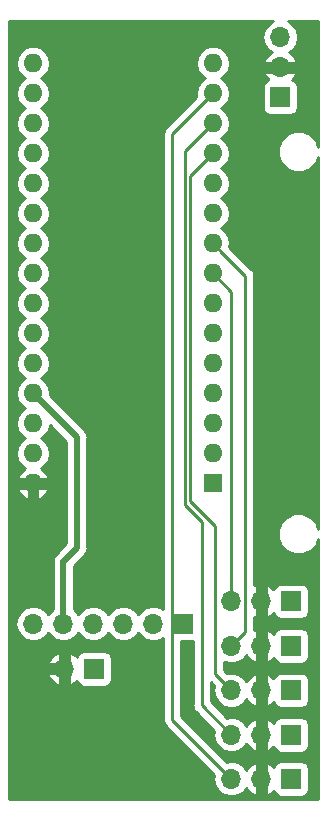
<source format=gbr>
G04 #@! TF.GenerationSoftware,KiCad,Pcbnew,(5.0.0)*
G04 #@! TF.CreationDate,2019-10-27T09:20:16+11:00*
G04 #@! TF.ProjectId,Kineses_Board,4B696E657365735F426F6172642E6B69,rev?*
G04 #@! TF.SameCoordinates,Original*
G04 #@! TF.FileFunction,Copper,L2,Bot,Signal*
G04 #@! TF.FilePolarity,Positive*
%FSLAX46Y46*%
G04 Gerber Fmt 4.6, Leading zero omitted, Abs format (unit mm)*
G04 Created by KiCad (PCBNEW (5.0.0)) date 10/27/19 09:20:16*
%MOMM*%
%LPD*%
G01*
G04 APERTURE LIST*
G04 #@! TA.AperFunction,ComponentPad*
%ADD10R,1.700000X1.700000*%
G04 #@! TD*
G04 #@! TA.AperFunction,ComponentPad*
%ADD11O,1.700000X1.700000*%
G04 #@! TD*
G04 #@! TA.AperFunction,ComponentPad*
%ADD12R,1.600000X1.600000*%
G04 #@! TD*
G04 #@! TA.AperFunction,ComponentPad*
%ADD13O,1.600000X1.600000*%
G04 #@! TD*
G04 #@! TA.AperFunction,Conductor*
%ADD14C,0.250000*%
G04 #@! TD*
G04 #@! TA.AperFunction,Conductor*
%ADD15C,0.500000*%
G04 #@! TD*
G04 #@! TA.AperFunction,Conductor*
%ADD16C,0.254000*%
G04 #@! TD*
G04 APERTURE END LIST*
D10*
G04 #@! TO.P,J1,1*
G04 #@! TO.N,/GND*
X141970000Y-107310000D03*
D11*
G04 #@! TO.P,J1,2*
G04 #@! TO.N,/VIN*
X139430000Y-107310000D03*
G04 #@! TD*
D10*
G04 #@! TO.P,J6,1*
G04 #@! TO.N,/GND*
X158645000Y-112900000D03*
D11*
G04 #@! TO.P,J6,2*
G04 #@! TO.N,/VIN*
X156105000Y-112900000D03*
G04 #@! TO.P,J6,3*
G04 #@! TO.N,/Pinky*
X153565000Y-112900000D03*
G04 #@! TD*
D12*
G04 #@! TO.P,A1,1*
G04 #@! TO.N,Net-(A1-Pad1)*
X152010000Y-91600000D03*
D13*
G04 #@! TO.P,A1,17*
G04 #@! TO.N,Net-(A1-Pad17)*
X136770000Y-58580000D03*
G04 #@! TO.P,A1,2*
G04 #@! TO.N,/RX*
X152010000Y-89060000D03*
G04 #@! TO.P,A1,18*
G04 #@! TO.N,Net-(A1-Pad18)*
X136770000Y-61120000D03*
G04 #@! TO.P,A1,3*
G04 #@! TO.N,Net-(A1-Pad3)*
X152010000Y-86520000D03*
G04 #@! TO.P,A1,19*
G04 #@! TO.N,Net-(A1-Pad19)*
X136770000Y-63660000D03*
G04 #@! TO.P,A1,4*
G04 #@! TO.N,/GND*
X152010000Y-83980000D03*
G04 #@! TO.P,A1,20*
G04 #@! TO.N,Net-(A1-Pad20)*
X136770000Y-66200000D03*
G04 #@! TO.P,A1,5*
G04 #@! TO.N,Net-(A1-Pad5)*
X152010000Y-81440000D03*
G04 #@! TO.P,A1,21*
G04 #@! TO.N,Net-(A1-Pad21)*
X136770000Y-68740000D03*
G04 #@! TO.P,A1,6*
G04 #@! TO.N,/Wrist*
X152010000Y-78900000D03*
G04 #@! TO.P,A1,22*
G04 #@! TO.N,Net-(A1-Pad22)*
X136770000Y-71280000D03*
G04 #@! TO.P,A1,7*
G04 #@! TO.N,Net-(A1-Pad7)*
X152010000Y-76360000D03*
G04 #@! TO.P,A1,23*
G04 #@! TO.N,Net-(A1-Pad23)*
X136770000Y-73820000D03*
G04 #@! TO.P,A1,8*
G04 #@! TO.N,/Ring*
X152010000Y-73820000D03*
G04 #@! TO.P,A1,24*
G04 #@! TO.N,Net-(A1-Pad24)*
X136770000Y-76360000D03*
G04 #@! TO.P,A1,9*
G04 #@! TO.N,/Middle*
X152010000Y-71280000D03*
G04 #@! TO.P,A1,25*
G04 #@! TO.N,Net-(A1-Pad25)*
X136770000Y-78900000D03*
G04 #@! TO.P,A1,10*
G04 #@! TO.N,Net-(A1-Pad10)*
X152010000Y-68740000D03*
G04 #@! TO.P,A1,26*
G04 #@! TO.N,Net-(A1-Pad26)*
X136770000Y-81440000D03*
G04 #@! TO.P,A1,11*
G04 #@! TO.N,Net-(A1-Pad11)*
X152010000Y-66200000D03*
G04 #@! TO.P,A1,27*
G04 #@! TO.N,/+5V*
X136770000Y-83980000D03*
G04 #@! TO.P,A1,12*
G04 #@! TO.N,/Index*
X152010000Y-63660000D03*
G04 #@! TO.P,A1,28*
G04 #@! TO.N,Net-(A1-Pad28)*
X136770000Y-86520000D03*
G04 #@! TO.P,A1,13*
G04 #@! TO.N,/Pinky*
X152010000Y-61120000D03*
G04 #@! TO.P,A1,29*
G04 #@! TO.N,/GND*
X136770000Y-89060000D03*
G04 #@! TO.P,A1,14*
G04 #@! TO.N,/Thumb*
X152010000Y-58580000D03*
G04 #@! TO.P,A1,30*
G04 #@! TO.N,/VIN*
X136770000Y-91600000D03*
G04 #@! TO.P,A1,15*
G04 #@! TO.N,Net-(A1-Pad15)*
X152010000Y-56040000D03*
G04 #@! TO.P,A1,16*
G04 #@! TO.N,Net-(A1-Pad16)*
X136770000Y-56040000D03*
G04 #@! TD*
D10*
G04 #@! TO.P,J2,1*
G04 #@! TO.N,/GND*
X158645000Y-116630000D03*
D11*
G04 #@! TO.P,J2,2*
G04 #@! TO.N,/VIN*
X156105000Y-116630000D03*
G04 #@! TO.P,J2,3*
G04 #@! TO.N,/Thumb*
X153565000Y-116630000D03*
G04 #@! TD*
G04 #@! TO.P,J3,3*
G04 #@! TO.N,/Index*
X153565000Y-109120000D03*
G04 #@! TO.P,J3,2*
G04 #@! TO.N,/VIN*
X156105000Y-109120000D03*
D10*
G04 #@! TO.P,J3,1*
G04 #@! TO.N,/GND*
X158645000Y-109120000D03*
G04 #@! TD*
G04 #@! TO.P,J4,1*
G04 #@! TO.N,/GND*
X158645000Y-105370000D03*
D11*
G04 #@! TO.P,J4,2*
G04 #@! TO.N,/VIN*
X156105000Y-105370000D03*
G04 #@! TO.P,J4,3*
G04 #@! TO.N,/Middle*
X153565000Y-105370000D03*
G04 #@! TD*
G04 #@! TO.P,J5,3*
G04 #@! TO.N,/Ring*
X153565000Y-101590000D03*
G04 #@! TO.P,J5,2*
G04 #@! TO.N,/VIN*
X156105000Y-101590000D03*
D10*
G04 #@! TO.P,J5,1*
G04 #@! TO.N,/GND*
X158645000Y-101590000D03*
G04 #@! TD*
D11*
G04 #@! TO.P,J7,3*
G04 #@! TO.N,/Wrist*
X157720000Y-53830000D03*
G04 #@! TO.P,J7,2*
G04 #@! TO.N,/VIN*
X157720000Y-56370000D03*
D10*
G04 #@! TO.P,J7,1*
G04 #@! TO.N,/GND*
X157720000Y-58910000D03*
G04 #@! TD*
G04 #@! TO.P,J8,1*
G04 #@! TO.N,Net-(J8-Pad1)*
X149500000Y-103480000D03*
D11*
G04 #@! TO.P,J8,2*
G04 #@! TO.N,/TX*
X146960000Y-103480000D03*
G04 #@! TO.P,J8,3*
G04 #@! TO.N,/RX*
X144420000Y-103480000D03*
G04 #@! TO.P,J8,4*
G04 #@! TO.N,/GND*
X141880000Y-103480000D03*
G04 #@! TO.P,J8,5*
G04 #@! TO.N,/+5V*
X139340000Y-103480000D03*
G04 #@! TO.P,J8,6*
G04 #@! TO.N,Net-(J8-Pad6)*
X136800000Y-103480000D03*
G04 #@! TD*
D14*
G04 #@! TO.N,/Pinky*
X153565000Y-112900000D02*
X151050000Y-110385000D01*
X151050000Y-110385000D02*
X151050000Y-94880000D01*
X151210001Y-61919999D02*
X152010000Y-61120000D01*
X149649990Y-63480010D02*
X151210001Y-61919999D01*
X149649990Y-93479990D02*
X149649990Y-63480010D01*
X151050000Y-94880000D02*
X149649990Y-93479990D01*
G04 #@! TO.N,/Ring*
X153565000Y-75375000D02*
X152010000Y-73820000D01*
X153565000Y-101590000D02*
X153565000Y-75375000D01*
D15*
G04 #@! TO.N,/+5V*
X140490000Y-87700000D02*
X136770000Y-83980000D01*
X140490000Y-94777919D02*
X140490000Y-87700000D01*
X140490000Y-94777919D02*
X140490000Y-97050000D01*
X140490000Y-97050000D02*
X139360000Y-98180000D01*
X139340000Y-98200000D02*
X139340000Y-103480000D01*
D14*
X139360000Y-98180000D02*
X139340000Y-98200000D01*
G04 #@! TO.N,/Middle*
X152809999Y-72079999D02*
X152010000Y-71280000D01*
X154740001Y-74010001D02*
X152809999Y-72079999D01*
X154740001Y-104194999D02*
X154740001Y-74010001D01*
X153565000Y-105370000D02*
X154740001Y-104194999D01*
G04 #@! TO.N,/Index*
X150100000Y-65570000D02*
X152010000Y-63660000D01*
X152715001Y-108270001D02*
X152710001Y-108270001D01*
X153565000Y-109120000D02*
X152715001Y-108270001D01*
X152710001Y-108270001D02*
X152200000Y-107760000D01*
X152200000Y-107760000D02*
X152200000Y-95220000D01*
X152200000Y-95220000D02*
X150100000Y-93120000D01*
X150100000Y-93120000D02*
X150100000Y-65570000D01*
G04 #@! TO.N,/Thumb*
X151210001Y-59379999D02*
X152010000Y-58580000D01*
X148544999Y-62045001D02*
X151210001Y-59379999D01*
X148544999Y-111609999D02*
X148544999Y-62045001D01*
X153565000Y-116630000D02*
X148544999Y-111609999D01*
G04 #@! TD*
D16*
G04 #@! TO.N,/VIN*
G36*
X157055007Y-52488340D02*
X156649375Y-52759375D01*
X156321161Y-53250582D01*
X156205908Y-53830000D01*
X156321161Y-54409418D01*
X156649375Y-54900625D01*
X156971969Y-55116176D01*
X156650915Y-55339289D01*
X156358655Y-55776735D01*
X156447282Y-55997000D01*
X157347000Y-55997000D01*
X157347000Y-55977000D01*
X158093000Y-55977000D01*
X158093000Y-55997000D01*
X158992718Y-55997000D01*
X159081345Y-55776735D01*
X158789085Y-55339289D01*
X158468031Y-55116176D01*
X158790625Y-54900625D01*
X159118839Y-54409418D01*
X159234092Y-53830000D01*
X159118839Y-53250582D01*
X158790625Y-52759375D01*
X158385715Y-52488823D01*
X160920106Y-52489742D01*
X160921682Y-63090309D01*
X160700862Y-62557201D01*
X160212799Y-62069138D01*
X159575113Y-61805000D01*
X158884887Y-61805000D01*
X158247201Y-62069138D01*
X157759138Y-62557201D01*
X157495000Y-63194887D01*
X157495000Y-63885113D01*
X157759138Y-64522799D01*
X158247201Y-65010862D01*
X158884887Y-65275000D01*
X159575113Y-65275000D01*
X160212799Y-65010862D01*
X160700862Y-64522799D01*
X160921816Y-63989368D01*
X160926495Y-95451929D01*
X160700862Y-94907201D01*
X160212799Y-94419138D01*
X159575113Y-94155000D01*
X158884887Y-94155000D01*
X158247201Y-94419138D01*
X157759138Y-94907201D01*
X157495000Y-95544887D01*
X157495000Y-96235113D01*
X157759138Y-96872799D01*
X158247201Y-97360862D01*
X158884887Y-97625000D01*
X159575113Y-97625000D01*
X160212799Y-97360862D01*
X160700862Y-96872799D01*
X160926626Y-96327757D01*
X160929895Y-118310515D01*
X134779894Y-118329485D01*
X134778345Y-107903270D01*
X138068626Y-107903270D01*
X138399289Y-108379085D01*
X138836735Y-108671345D01*
X139057000Y-108582718D01*
X139057000Y-107683000D01*
X138151329Y-107683000D01*
X138068626Y-107903270D01*
X134778345Y-107903270D01*
X134778169Y-106716730D01*
X138068626Y-106716730D01*
X138151329Y-106937000D01*
X139057000Y-106937000D01*
X139057000Y-106037282D01*
X139803000Y-106037282D01*
X139803000Y-106937000D01*
X139823000Y-106937000D01*
X139823000Y-107683000D01*
X139803000Y-107683000D01*
X139803000Y-108582718D01*
X140023265Y-108671345D01*
X140460711Y-108379085D01*
X140503804Y-108317075D01*
X140521843Y-108407765D01*
X140662191Y-108617809D01*
X140872235Y-108758157D01*
X141120000Y-108807440D01*
X142820000Y-108807440D01*
X143067765Y-108758157D01*
X143277809Y-108617809D01*
X143418157Y-108407765D01*
X143467440Y-108160000D01*
X143467440Y-106460000D01*
X143418157Y-106212235D01*
X143277809Y-106002191D01*
X143067765Y-105861843D01*
X142820000Y-105812560D01*
X141120000Y-105812560D01*
X140872235Y-105861843D01*
X140662191Y-106002191D01*
X140521843Y-106212235D01*
X140503804Y-106302925D01*
X140460711Y-106240915D01*
X140023265Y-105948655D01*
X139803000Y-106037282D01*
X139057000Y-106037282D01*
X138836735Y-105948655D01*
X138399289Y-106240915D01*
X138068626Y-106716730D01*
X134778169Y-106716730D01*
X134777687Y-103480000D01*
X135285908Y-103480000D01*
X135401161Y-104059418D01*
X135729375Y-104550625D01*
X136220582Y-104878839D01*
X136653744Y-104965000D01*
X136946256Y-104965000D01*
X137379418Y-104878839D01*
X137870625Y-104550625D01*
X138070000Y-104252239D01*
X138269375Y-104550625D01*
X138760582Y-104878839D01*
X139193744Y-104965000D01*
X139486256Y-104965000D01*
X139919418Y-104878839D01*
X140410625Y-104550625D01*
X140610000Y-104252239D01*
X140809375Y-104550625D01*
X141300582Y-104878839D01*
X141733744Y-104965000D01*
X142026256Y-104965000D01*
X142459418Y-104878839D01*
X142950625Y-104550625D01*
X143150000Y-104252239D01*
X143349375Y-104550625D01*
X143840582Y-104878839D01*
X144273744Y-104965000D01*
X144566256Y-104965000D01*
X144999418Y-104878839D01*
X145490625Y-104550625D01*
X145690000Y-104252239D01*
X145889375Y-104550625D01*
X146380582Y-104878839D01*
X146813744Y-104965000D01*
X147106256Y-104965000D01*
X147539418Y-104878839D01*
X147784999Y-104714747D01*
X147784999Y-111535152D01*
X147770111Y-111609999D01*
X147784999Y-111684846D01*
X147784999Y-111684850D01*
X147829095Y-111906535D01*
X147997070Y-112157928D01*
X148060529Y-112200330D01*
X152123791Y-116263593D01*
X152050908Y-116630000D01*
X152166161Y-117209418D01*
X152494375Y-117700625D01*
X152985582Y-118028839D01*
X153418744Y-118115000D01*
X153711256Y-118115000D01*
X154144418Y-118028839D01*
X154635625Y-117700625D01*
X154851176Y-117378031D01*
X155074289Y-117699085D01*
X155511735Y-117991345D01*
X155732000Y-117902718D01*
X155732000Y-117003000D01*
X155712000Y-117003000D01*
X155712000Y-116257000D01*
X155732000Y-116257000D01*
X155732000Y-115357282D01*
X156478000Y-115357282D01*
X156478000Y-116257000D01*
X156498000Y-116257000D01*
X156498000Y-117003000D01*
X156478000Y-117003000D01*
X156478000Y-117902718D01*
X156698265Y-117991345D01*
X157135711Y-117699085D01*
X157178804Y-117637075D01*
X157196843Y-117727765D01*
X157337191Y-117937809D01*
X157547235Y-118078157D01*
X157795000Y-118127440D01*
X159495000Y-118127440D01*
X159742765Y-118078157D01*
X159952809Y-117937809D01*
X160093157Y-117727765D01*
X160142440Y-117480000D01*
X160142440Y-115780000D01*
X160093157Y-115532235D01*
X159952809Y-115322191D01*
X159742765Y-115181843D01*
X159495000Y-115132560D01*
X157795000Y-115132560D01*
X157547235Y-115181843D01*
X157337191Y-115322191D01*
X157196843Y-115532235D01*
X157178804Y-115622925D01*
X157135711Y-115560915D01*
X156698265Y-115268655D01*
X156478000Y-115357282D01*
X155732000Y-115357282D01*
X155511735Y-115268655D01*
X155074289Y-115560915D01*
X154851176Y-115881969D01*
X154635625Y-115559375D01*
X154144418Y-115231161D01*
X153711256Y-115145000D01*
X153418744Y-115145000D01*
X153198593Y-115188791D01*
X149304999Y-111295198D01*
X149304999Y-104977440D01*
X150290000Y-104977440D01*
X150290000Y-110310153D01*
X150275112Y-110385000D01*
X150290000Y-110459847D01*
X150290000Y-110459851D01*
X150334096Y-110681536D01*
X150502071Y-110932929D01*
X150565530Y-110975331D01*
X152123791Y-112533592D01*
X152050908Y-112900000D01*
X152166161Y-113479418D01*
X152494375Y-113970625D01*
X152985582Y-114298839D01*
X153418744Y-114385000D01*
X153711256Y-114385000D01*
X154144418Y-114298839D01*
X154635625Y-113970625D01*
X154851176Y-113648031D01*
X155074289Y-113969085D01*
X155511735Y-114261345D01*
X155732000Y-114172718D01*
X155732000Y-113273000D01*
X155712000Y-113273000D01*
X155712000Y-112527000D01*
X155732000Y-112527000D01*
X155732000Y-111627282D01*
X156478000Y-111627282D01*
X156478000Y-112527000D01*
X156498000Y-112527000D01*
X156498000Y-113273000D01*
X156478000Y-113273000D01*
X156478000Y-114172718D01*
X156698265Y-114261345D01*
X157135711Y-113969085D01*
X157178804Y-113907075D01*
X157196843Y-113997765D01*
X157337191Y-114207809D01*
X157547235Y-114348157D01*
X157795000Y-114397440D01*
X159495000Y-114397440D01*
X159742765Y-114348157D01*
X159952809Y-114207809D01*
X160093157Y-113997765D01*
X160142440Y-113750000D01*
X160142440Y-112050000D01*
X160093157Y-111802235D01*
X159952809Y-111592191D01*
X159742765Y-111451843D01*
X159495000Y-111402560D01*
X157795000Y-111402560D01*
X157547235Y-111451843D01*
X157337191Y-111592191D01*
X157196843Y-111802235D01*
X157178804Y-111892925D01*
X157135711Y-111830915D01*
X156698265Y-111538655D01*
X156478000Y-111627282D01*
X155732000Y-111627282D01*
X155511735Y-111538655D01*
X155074289Y-111830915D01*
X154851176Y-112151969D01*
X154635625Y-111829375D01*
X154144418Y-111501161D01*
X153711256Y-111415000D01*
X153418744Y-111415000D01*
X153198592Y-111458791D01*
X151810000Y-110070199D01*
X151810000Y-108444802D01*
X152119673Y-108754476D01*
X152122711Y-108759022D01*
X152050908Y-109120000D01*
X152166161Y-109699418D01*
X152494375Y-110190625D01*
X152985582Y-110518839D01*
X153418744Y-110605000D01*
X153711256Y-110605000D01*
X154144418Y-110518839D01*
X154635625Y-110190625D01*
X154851176Y-109868031D01*
X155074289Y-110189085D01*
X155511735Y-110481345D01*
X155732000Y-110392718D01*
X155732000Y-109493000D01*
X155712000Y-109493000D01*
X155712000Y-108747000D01*
X155732000Y-108747000D01*
X155732000Y-107847282D01*
X156478000Y-107847282D01*
X156478000Y-108747000D01*
X156498000Y-108747000D01*
X156498000Y-109493000D01*
X156478000Y-109493000D01*
X156478000Y-110392718D01*
X156698265Y-110481345D01*
X157135711Y-110189085D01*
X157178804Y-110127075D01*
X157196843Y-110217765D01*
X157337191Y-110427809D01*
X157547235Y-110568157D01*
X157795000Y-110617440D01*
X159495000Y-110617440D01*
X159742765Y-110568157D01*
X159952809Y-110427809D01*
X160093157Y-110217765D01*
X160142440Y-109970000D01*
X160142440Y-108270000D01*
X160093157Y-108022235D01*
X159952809Y-107812191D01*
X159742765Y-107671843D01*
X159495000Y-107622560D01*
X157795000Y-107622560D01*
X157547235Y-107671843D01*
X157337191Y-107812191D01*
X157196843Y-108022235D01*
X157178804Y-108112925D01*
X157135711Y-108050915D01*
X156698265Y-107758655D01*
X156478000Y-107847282D01*
X155732000Y-107847282D01*
X155511735Y-107758655D01*
X155074289Y-108050915D01*
X154851176Y-108371969D01*
X154635625Y-108049375D01*
X154144418Y-107721161D01*
X153711256Y-107635000D01*
X153418744Y-107635000D01*
X153198255Y-107678858D01*
X153184407Y-107669605D01*
X152960000Y-107445198D01*
X152960000Y-106751746D01*
X152985582Y-106768839D01*
X153418744Y-106855000D01*
X153711256Y-106855000D01*
X154144418Y-106768839D01*
X154635625Y-106440625D01*
X154851176Y-106118031D01*
X155074289Y-106439085D01*
X155511735Y-106731345D01*
X155732000Y-106642718D01*
X155732000Y-105743000D01*
X155712000Y-105743000D01*
X155712000Y-104997000D01*
X155732000Y-104997000D01*
X155732000Y-104097282D01*
X156478000Y-104097282D01*
X156478000Y-104997000D01*
X156498000Y-104997000D01*
X156498000Y-105743000D01*
X156478000Y-105743000D01*
X156478000Y-106642718D01*
X156698265Y-106731345D01*
X157135711Y-106439085D01*
X157178804Y-106377075D01*
X157196843Y-106467765D01*
X157337191Y-106677809D01*
X157547235Y-106818157D01*
X157795000Y-106867440D01*
X159495000Y-106867440D01*
X159742765Y-106818157D01*
X159952809Y-106677809D01*
X160093157Y-106467765D01*
X160142440Y-106220000D01*
X160142440Y-104520000D01*
X160093157Y-104272235D01*
X159952809Y-104062191D01*
X159742765Y-103921843D01*
X159495000Y-103872560D01*
X157795000Y-103872560D01*
X157547235Y-103921843D01*
X157337191Y-104062191D01*
X157196843Y-104272235D01*
X157178804Y-104362925D01*
X157135711Y-104300915D01*
X156698265Y-104008655D01*
X156478000Y-104097282D01*
X155732000Y-104097282D01*
X155511735Y-104008655D01*
X155500001Y-104016495D01*
X155500001Y-102943505D01*
X155511735Y-102951345D01*
X155732000Y-102862718D01*
X155732000Y-101963000D01*
X155712000Y-101963000D01*
X155712000Y-101217000D01*
X155732000Y-101217000D01*
X155732000Y-100317282D01*
X156478000Y-100317282D01*
X156478000Y-101217000D01*
X156498000Y-101217000D01*
X156498000Y-101963000D01*
X156478000Y-101963000D01*
X156478000Y-102862718D01*
X156698265Y-102951345D01*
X157135711Y-102659085D01*
X157178804Y-102597075D01*
X157196843Y-102687765D01*
X157337191Y-102897809D01*
X157547235Y-103038157D01*
X157795000Y-103087440D01*
X159495000Y-103087440D01*
X159742765Y-103038157D01*
X159952809Y-102897809D01*
X160093157Y-102687765D01*
X160142440Y-102440000D01*
X160142440Y-100740000D01*
X160093157Y-100492235D01*
X159952809Y-100282191D01*
X159742765Y-100141843D01*
X159495000Y-100092560D01*
X157795000Y-100092560D01*
X157547235Y-100141843D01*
X157337191Y-100282191D01*
X157196843Y-100492235D01*
X157178804Y-100582925D01*
X157135711Y-100520915D01*
X156698265Y-100228655D01*
X156478000Y-100317282D01*
X155732000Y-100317282D01*
X155511735Y-100228655D01*
X155500001Y-100236495D01*
X155500001Y-74084847D01*
X155514889Y-74010000D01*
X155500001Y-73935153D01*
X155500001Y-73935149D01*
X155455905Y-73713464D01*
X155287930Y-73462072D01*
X155224474Y-73419672D01*
X153408688Y-71603887D01*
X153473113Y-71280000D01*
X153361740Y-70720091D01*
X153044577Y-70245423D01*
X152692242Y-70010000D01*
X153044577Y-69774577D01*
X153361740Y-69299909D01*
X153473113Y-68740000D01*
X153361740Y-68180091D01*
X153044577Y-67705423D01*
X152692242Y-67470000D01*
X153044577Y-67234577D01*
X153361740Y-66759909D01*
X153473113Y-66200000D01*
X153361740Y-65640091D01*
X153044577Y-65165423D01*
X152692242Y-64930000D01*
X153044577Y-64694577D01*
X153361740Y-64219909D01*
X153473113Y-63660000D01*
X153361740Y-63100091D01*
X153044577Y-62625423D01*
X152692242Y-62390000D01*
X153044577Y-62154577D01*
X153361740Y-61679909D01*
X153473113Y-61120000D01*
X153361740Y-60560091D01*
X153044577Y-60085423D01*
X152692242Y-59850000D01*
X153044577Y-59614577D01*
X153361740Y-59139909D01*
X153473113Y-58580000D01*
X153369679Y-58060000D01*
X156222560Y-58060000D01*
X156222560Y-59760000D01*
X156271843Y-60007765D01*
X156412191Y-60217809D01*
X156622235Y-60358157D01*
X156870000Y-60407440D01*
X158570000Y-60407440D01*
X158817765Y-60358157D01*
X159027809Y-60217809D01*
X159168157Y-60007765D01*
X159217440Y-59760000D01*
X159217440Y-58060000D01*
X159168157Y-57812235D01*
X159027809Y-57602191D01*
X158817765Y-57461843D01*
X158727075Y-57443804D01*
X158789085Y-57400711D01*
X159081345Y-56963265D01*
X158992718Y-56743000D01*
X158093000Y-56743000D01*
X158093000Y-56763000D01*
X157347000Y-56763000D01*
X157347000Y-56743000D01*
X156447282Y-56743000D01*
X156358655Y-56963265D01*
X156650915Y-57400711D01*
X156712925Y-57443804D01*
X156622235Y-57461843D01*
X156412191Y-57602191D01*
X156271843Y-57812235D01*
X156222560Y-58060000D01*
X153369679Y-58060000D01*
X153361740Y-58020091D01*
X153044577Y-57545423D01*
X152692242Y-57310000D01*
X153044577Y-57074577D01*
X153361740Y-56599909D01*
X153473113Y-56040000D01*
X153361740Y-55480091D01*
X153044577Y-55005423D01*
X152569909Y-54688260D01*
X152151333Y-54605000D01*
X151868667Y-54605000D01*
X151450091Y-54688260D01*
X150975423Y-55005423D01*
X150658260Y-55480091D01*
X150546887Y-56040000D01*
X150658260Y-56599909D01*
X150975423Y-57074577D01*
X151327758Y-57310000D01*
X150975423Y-57545423D01*
X150658260Y-58020091D01*
X150546887Y-58580000D01*
X150611312Y-58903886D01*
X148060527Y-61454672D01*
X147997071Y-61497072D01*
X147954671Y-61560528D01*
X147954670Y-61560529D01*
X147829096Y-61748464D01*
X147770111Y-62045001D01*
X147785000Y-62119853D01*
X147784999Y-102245253D01*
X147539418Y-102081161D01*
X147106256Y-101995000D01*
X146813744Y-101995000D01*
X146380582Y-102081161D01*
X145889375Y-102409375D01*
X145690000Y-102707761D01*
X145490625Y-102409375D01*
X144999418Y-102081161D01*
X144566256Y-101995000D01*
X144273744Y-101995000D01*
X143840582Y-102081161D01*
X143349375Y-102409375D01*
X143150000Y-102707761D01*
X142950625Y-102409375D01*
X142459418Y-102081161D01*
X142026256Y-101995000D01*
X141733744Y-101995000D01*
X141300582Y-102081161D01*
X140809375Y-102409375D01*
X140610000Y-102707761D01*
X140410625Y-102409375D01*
X140225000Y-102285344D01*
X140225000Y-98566578D01*
X141054156Y-97737423D01*
X141128049Y-97688049D01*
X141193784Y-97589671D01*
X141323651Y-97395311D01*
X141323652Y-97395310D01*
X141375000Y-97137165D01*
X141375000Y-97137161D01*
X141392337Y-97050001D01*
X141375000Y-96962841D01*
X141375000Y-87787159D01*
X141392337Y-87699999D01*
X141375000Y-87612839D01*
X141375000Y-87612835D01*
X141323652Y-87354690D01*
X141128049Y-87061951D01*
X141054156Y-87012577D01*
X138198017Y-84156439D01*
X138233113Y-83980000D01*
X138121740Y-83420091D01*
X137804577Y-82945423D01*
X137452242Y-82710000D01*
X137804577Y-82474577D01*
X138121740Y-81999909D01*
X138233113Y-81440000D01*
X138121740Y-80880091D01*
X137804577Y-80405423D01*
X137452242Y-80170000D01*
X137804577Y-79934577D01*
X138121740Y-79459909D01*
X138233113Y-78900000D01*
X138121740Y-78340091D01*
X137804577Y-77865423D01*
X137452242Y-77630000D01*
X137804577Y-77394577D01*
X138121740Y-76919909D01*
X138233113Y-76360000D01*
X138121740Y-75800091D01*
X137804577Y-75325423D01*
X137452242Y-75090000D01*
X137804577Y-74854577D01*
X138121740Y-74379909D01*
X138233113Y-73820000D01*
X138121740Y-73260091D01*
X137804577Y-72785423D01*
X137452242Y-72550000D01*
X137804577Y-72314577D01*
X138121740Y-71839909D01*
X138233113Y-71280000D01*
X138121740Y-70720091D01*
X137804577Y-70245423D01*
X137452242Y-70010000D01*
X137804577Y-69774577D01*
X138121740Y-69299909D01*
X138233113Y-68740000D01*
X138121740Y-68180091D01*
X137804577Y-67705423D01*
X137452242Y-67470000D01*
X137804577Y-67234577D01*
X138121740Y-66759909D01*
X138233113Y-66200000D01*
X138121740Y-65640091D01*
X137804577Y-65165423D01*
X137452242Y-64930000D01*
X137804577Y-64694577D01*
X138121740Y-64219909D01*
X138233113Y-63660000D01*
X138121740Y-63100091D01*
X137804577Y-62625423D01*
X137452242Y-62390000D01*
X137804577Y-62154577D01*
X138121740Y-61679909D01*
X138233113Y-61120000D01*
X138121740Y-60560091D01*
X137804577Y-60085423D01*
X137452242Y-59850000D01*
X137804577Y-59614577D01*
X138121740Y-59139909D01*
X138233113Y-58580000D01*
X138121740Y-58020091D01*
X137804577Y-57545423D01*
X137452242Y-57310000D01*
X137804577Y-57074577D01*
X138121740Y-56599909D01*
X138233113Y-56040000D01*
X138121740Y-55480091D01*
X137804577Y-55005423D01*
X137329909Y-54688260D01*
X136911333Y-54605000D01*
X136628667Y-54605000D01*
X136210091Y-54688260D01*
X135735423Y-55005423D01*
X135418260Y-55480091D01*
X135306887Y-56040000D01*
X135418260Y-56599909D01*
X135735423Y-57074577D01*
X136087758Y-57310000D01*
X135735423Y-57545423D01*
X135418260Y-58020091D01*
X135306887Y-58580000D01*
X135418260Y-59139909D01*
X135735423Y-59614577D01*
X136087758Y-59850000D01*
X135735423Y-60085423D01*
X135418260Y-60560091D01*
X135306887Y-61120000D01*
X135418260Y-61679909D01*
X135735423Y-62154577D01*
X136087758Y-62390000D01*
X135735423Y-62625423D01*
X135418260Y-63100091D01*
X135306887Y-63660000D01*
X135418260Y-64219909D01*
X135735423Y-64694577D01*
X136087758Y-64930000D01*
X135735423Y-65165423D01*
X135418260Y-65640091D01*
X135306887Y-66200000D01*
X135418260Y-66759909D01*
X135735423Y-67234577D01*
X136087758Y-67470000D01*
X135735423Y-67705423D01*
X135418260Y-68180091D01*
X135306887Y-68740000D01*
X135418260Y-69299909D01*
X135735423Y-69774577D01*
X136087758Y-70010000D01*
X135735423Y-70245423D01*
X135418260Y-70720091D01*
X135306887Y-71280000D01*
X135418260Y-71839909D01*
X135735423Y-72314577D01*
X136087758Y-72550000D01*
X135735423Y-72785423D01*
X135418260Y-73260091D01*
X135306887Y-73820000D01*
X135418260Y-74379909D01*
X135735423Y-74854577D01*
X136087758Y-75090000D01*
X135735423Y-75325423D01*
X135418260Y-75800091D01*
X135306887Y-76360000D01*
X135418260Y-76919909D01*
X135735423Y-77394577D01*
X136087758Y-77630000D01*
X135735423Y-77865423D01*
X135418260Y-78340091D01*
X135306887Y-78900000D01*
X135418260Y-79459909D01*
X135735423Y-79934577D01*
X136087758Y-80170000D01*
X135735423Y-80405423D01*
X135418260Y-80880091D01*
X135306887Y-81440000D01*
X135418260Y-81999909D01*
X135735423Y-82474577D01*
X136087758Y-82710000D01*
X135735423Y-82945423D01*
X135418260Y-83420091D01*
X135306887Y-83980000D01*
X135418260Y-84539909D01*
X135735423Y-85014577D01*
X136087758Y-85250000D01*
X135735423Y-85485423D01*
X135418260Y-85960091D01*
X135306887Y-86520000D01*
X135418260Y-87079909D01*
X135735423Y-87554577D01*
X136087758Y-87790000D01*
X135735423Y-88025423D01*
X135418260Y-88500091D01*
X135306887Y-89060000D01*
X135418260Y-89619909D01*
X135735423Y-90094577D01*
X136108437Y-90343817D01*
X135727936Y-90613383D01*
X135459735Y-91014825D01*
X135549473Y-91227000D01*
X136397000Y-91227000D01*
X136397000Y-91207000D01*
X137143000Y-91207000D01*
X137143000Y-91227000D01*
X137990527Y-91227000D01*
X138080265Y-91014825D01*
X137812064Y-90613383D01*
X137431563Y-90343817D01*
X137804577Y-90094577D01*
X138121740Y-89619909D01*
X138233113Y-89060000D01*
X138121740Y-88500091D01*
X137804577Y-88025423D01*
X137452242Y-87790000D01*
X137804577Y-87554577D01*
X138121740Y-87079909D01*
X138204130Y-86665708D01*
X139605001Y-88066580D01*
X139605000Y-94690754D01*
X139605000Y-94690755D01*
X139605001Y-96683420D01*
X138775847Y-97512575D01*
X138701951Y-97561951D01*
X138506348Y-97854691D01*
X138455000Y-98112836D01*
X138455001Y-102285344D01*
X138269375Y-102409375D01*
X138070000Y-102707761D01*
X137870625Y-102409375D01*
X137379418Y-102081161D01*
X136946256Y-101995000D01*
X136653744Y-101995000D01*
X136220582Y-102081161D01*
X135729375Y-102409375D01*
X135401161Y-102900582D01*
X135285908Y-103480000D01*
X134777687Y-103480000D01*
X134776008Y-92185175D01*
X135459735Y-92185175D01*
X135727936Y-92586617D01*
X136184820Y-92910296D01*
X136397000Y-92826956D01*
X136397000Y-91973000D01*
X137143000Y-91973000D01*
X137143000Y-92826956D01*
X137355180Y-92910296D01*
X137812064Y-92586617D01*
X138080265Y-92185175D01*
X137990527Y-91973000D01*
X137143000Y-91973000D01*
X136397000Y-91973000D01*
X135549473Y-91973000D01*
X135459735Y-92185175D01*
X134776008Y-92185175D01*
X134770105Y-52480257D01*
X157055007Y-52488340D01*
X157055007Y-52488340D01*
G37*
X157055007Y-52488340D02*
X156649375Y-52759375D01*
X156321161Y-53250582D01*
X156205908Y-53830000D01*
X156321161Y-54409418D01*
X156649375Y-54900625D01*
X156971969Y-55116176D01*
X156650915Y-55339289D01*
X156358655Y-55776735D01*
X156447282Y-55997000D01*
X157347000Y-55997000D01*
X157347000Y-55977000D01*
X158093000Y-55977000D01*
X158093000Y-55997000D01*
X158992718Y-55997000D01*
X159081345Y-55776735D01*
X158789085Y-55339289D01*
X158468031Y-55116176D01*
X158790625Y-54900625D01*
X159118839Y-54409418D01*
X159234092Y-53830000D01*
X159118839Y-53250582D01*
X158790625Y-52759375D01*
X158385715Y-52488823D01*
X160920106Y-52489742D01*
X160921682Y-63090309D01*
X160700862Y-62557201D01*
X160212799Y-62069138D01*
X159575113Y-61805000D01*
X158884887Y-61805000D01*
X158247201Y-62069138D01*
X157759138Y-62557201D01*
X157495000Y-63194887D01*
X157495000Y-63885113D01*
X157759138Y-64522799D01*
X158247201Y-65010862D01*
X158884887Y-65275000D01*
X159575113Y-65275000D01*
X160212799Y-65010862D01*
X160700862Y-64522799D01*
X160921816Y-63989368D01*
X160926495Y-95451929D01*
X160700862Y-94907201D01*
X160212799Y-94419138D01*
X159575113Y-94155000D01*
X158884887Y-94155000D01*
X158247201Y-94419138D01*
X157759138Y-94907201D01*
X157495000Y-95544887D01*
X157495000Y-96235113D01*
X157759138Y-96872799D01*
X158247201Y-97360862D01*
X158884887Y-97625000D01*
X159575113Y-97625000D01*
X160212799Y-97360862D01*
X160700862Y-96872799D01*
X160926626Y-96327757D01*
X160929895Y-118310515D01*
X134779894Y-118329485D01*
X134778345Y-107903270D01*
X138068626Y-107903270D01*
X138399289Y-108379085D01*
X138836735Y-108671345D01*
X139057000Y-108582718D01*
X139057000Y-107683000D01*
X138151329Y-107683000D01*
X138068626Y-107903270D01*
X134778345Y-107903270D01*
X134778169Y-106716730D01*
X138068626Y-106716730D01*
X138151329Y-106937000D01*
X139057000Y-106937000D01*
X139057000Y-106037282D01*
X139803000Y-106037282D01*
X139803000Y-106937000D01*
X139823000Y-106937000D01*
X139823000Y-107683000D01*
X139803000Y-107683000D01*
X139803000Y-108582718D01*
X140023265Y-108671345D01*
X140460711Y-108379085D01*
X140503804Y-108317075D01*
X140521843Y-108407765D01*
X140662191Y-108617809D01*
X140872235Y-108758157D01*
X141120000Y-108807440D01*
X142820000Y-108807440D01*
X143067765Y-108758157D01*
X143277809Y-108617809D01*
X143418157Y-108407765D01*
X143467440Y-108160000D01*
X143467440Y-106460000D01*
X143418157Y-106212235D01*
X143277809Y-106002191D01*
X143067765Y-105861843D01*
X142820000Y-105812560D01*
X141120000Y-105812560D01*
X140872235Y-105861843D01*
X140662191Y-106002191D01*
X140521843Y-106212235D01*
X140503804Y-106302925D01*
X140460711Y-106240915D01*
X140023265Y-105948655D01*
X139803000Y-106037282D01*
X139057000Y-106037282D01*
X138836735Y-105948655D01*
X138399289Y-106240915D01*
X138068626Y-106716730D01*
X134778169Y-106716730D01*
X134777687Y-103480000D01*
X135285908Y-103480000D01*
X135401161Y-104059418D01*
X135729375Y-104550625D01*
X136220582Y-104878839D01*
X136653744Y-104965000D01*
X136946256Y-104965000D01*
X137379418Y-104878839D01*
X137870625Y-104550625D01*
X138070000Y-104252239D01*
X138269375Y-104550625D01*
X138760582Y-104878839D01*
X139193744Y-104965000D01*
X139486256Y-104965000D01*
X139919418Y-104878839D01*
X140410625Y-104550625D01*
X140610000Y-104252239D01*
X140809375Y-104550625D01*
X141300582Y-104878839D01*
X141733744Y-104965000D01*
X142026256Y-104965000D01*
X142459418Y-104878839D01*
X142950625Y-104550625D01*
X143150000Y-104252239D01*
X143349375Y-104550625D01*
X143840582Y-104878839D01*
X144273744Y-104965000D01*
X144566256Y-104965000D01*
X144999418Y-104878839D01*
X145490625Y-104550625D01*
X145690000Y-104252239D01*
X145889375Y-104550625D01*
X146380582Y-104878839D01*
X146813744Y-104965000D01*
X147106256Y-104965000D01*
X147539418Y-104878839D01*
X147784999Y-104714747D01*
X147784999Y-111535152D01*
X147770111Y-111609999D01*
X147784999Y-111684846D01*
X147784999Y-111684850D01*
X147829095Y-111906535D01*
X147997070Y-112157928D01*
X148060529Y-112200330D01*
X152123791Y-116263593D01*
X152050908Y-116630000D01*
X152166161Y-117209418D01*
X152494375Y-117700625D01*
X152985582Y-118028839D01*
X153418744Y-118115000D01*
X153711256Y-118115000D01*
X154144418Y-118028839D01*
X154635625Y-117700625D01*
X154851176Y-117378031D01*
X155074289Y-117699085D01*
X155511735Y-117991345D01*
X155732000Y-117902718D01*
X155732000Y-117003000D01*
X155712000Y-117003000D01*
X155712000Y-116257000D01*
X155732000Y-116257000D01*
X155732000Y-115357282D01*
X156478000Y-115357282D01*
X156478000Y-116257000D01*
X156498000Y-116257000D01*
X156498000Y-117003000D01*
X156478000Y-117003000D01*
X156478000Y-117902718D01*
X156698265Y-117991345D01*
X157135711Y-117699085D01*
X157178804Y-117637075D01*
X157196843Y-117727765D01*
X157337191Y-117937809D01*
X157547235Y-118078157D01*
X157795000Y-118127440D01*
X159495000Y-118127440D01*
X159742765Y-118078157D01*
X159952809Y-117937809D01*
X160093157Y-117727765D01*
X160142440Y-117480000D01*
X160142440Y-115780000D01*
X160093157Y-115532235D01*
X159952809Y-115322191D01*
X159742765Y-115181843D01*
X159495000Y-115132560D01*
X157795000Y-115132560D01*
X157547235Y-115181843D01*
X157337191Y-115322191D01*
X157196843Y-115532235D01*
X157178804Y-115622925D01*
X157135711Y-115560915D01*
X156698265Y-115268655D01*
X156478000Y-115357282D01*
X155732000Y-115357282D01*
X155511735Y-115268655D01*
X155074289Y-115560915D01*
X154851176Y-115881969D01*
X154635625Y-115559375D01*
X154144418Y-115231161D01*
X153711256Y-115145000D01*
X153418744Y-115145000D01*
X153198593Y-115188791D01*
X149304999Y-111295198D01*
X149304999Y-104977440D01*
X150290000Y-104977440D01*
X150290000Y-110310153D01*
X150275112Y-110385000D01*
X150290000Y-110459847D01*
X150290000Y-110459851D01*
X150334096Y-110681536D01*
X150502071Y-110932929D01*
X150565530Y-110975331D01*
X152123791Y-112533592D01*
X152050908Y-112900000D01*
X152166161Y-113479418D01*
X152494375Y-113970625D01*
X152985582Y-114298839D01*
X153418744Y-114385000D01*
X153711256Y-114385000D01*
X154144418Y-114298839D01*
X154635625Y-113970625D01*
X154851176Y-113648031D01*
X155074289Y-113969085D01*
X155511735Y-114261345D01*
X155732000Y-114172718D01*
X155732000Y-113273000D01*
X155712000Y-113273000D01*
X155712000Y-112527000D01*
X155732000Y-112527000D01*
X155732000Y-111627282D01*
X156478000Y-111627282D01*
X156478000Y-112527000D01*
X156498000Y-112527000D01*
X156498000Y-113273000D01*
X156478000Y-113273000D01*
X156478000Y-114172718D01*
X156698265Y-114261345D01*
X157135711Y-113969085D01*
X157178804Y-113907075D01*
X157196843Y-113997765D01*
X157337191Y-114207809D01*
X157547235Y-114348157D01*
X157795000Y-114397440D01*
X159495000Y-114397440D01*
X159742765Y-114348157D01*
X159952809Y-114207809D01*
X160093157Y-113997765D01*
X160142440Y-113750000D01*
X160142440Y-112050000D01*
X160093157Y-111802235D01*
X159952809Y-111592191D01*
X159742765Y-111451843D01*
X159495000Y-111402560D01*
X157795000Y-111402560D01*
X157547235Y-111451843D01*
X157337191Y-111592191D01*
X157196843Y-111802235D01*
X157178804Y-111892925D01*
X157135711Y-111830915D01*
X156698265Y-111538655D01*
X156478000Y-111627282D01*
X155732000Y-111627282D01*
X155511735Y-111538655D01*
X155074289Y-111830915D01*
X154851176Y-112151969D01*
X154635625Y-111829375D01*
X154144418Y-111501161D01*
X153711256Y-111415000D01*
X153418744Y-111415000D01*
X153198592Y-111458791D01*
X151810000Y-110070199D01*
X151810000Y-108444802D01*
X152119673Y-108754476D01*
X152122711Y-108759022D01*
X152050908Y-109120000D01*
X152166161Y-109699418D01*
X152494375Y-110190625D01*
X152985582Y-110518839D01*
X153418744Y-110605000D01*
X153711256Y-110605000D01*
X154144418Y-110518839D01*
X154635625Y-110190625D01*
X154851176Y-109868031D01*
X155074289Y-110189085D01*
X155511735Y-110481345D01*
X155732000Y-110392718D01*
X155732000Y-109493000D01*
X155712000Y-109493000D01*
X155712000Y-108747000D01*
X155732000Y-108747000D01*
X155732000Y-107847282D01*
X156478000Y-107847282D01*
X156478000Y-108747000D01*
X156498000Y-108747000D01*
X156498000Y-109493000D01*
X156478000Y-109493000D01*
X156478000Y-110392718D01*
X156698265Y-110481345D01*
X157135711Y-110189085D01*
X157178804Y-110127075D01*
X157196843Y-110217765D01*
X157337191Y-110427809D01*
X157547235Y-110568157D01*
X157795000Y-110617440D01*
X159495000Y-110617440D01*
X159742765Y-110568157D01*
X159952809Y-110427809D01*
X160093157Y-110217765D01*
X160142440Y-109970000D01*
X160142440Y-108270000D01*
X160093157Y-108022235D01*
X159952809Y-107812191D01*
X159742765Y-107671843D01*
X159495000Y-107622560D01*
X157795000Y-107622560D01*
X157547235Y-107671843D01*
X157337191Y-107812191D01*
X157196843Y-108022235D01*
X157178804Y-108112925D01*
X157135711Y-108050915D01*
X156698265Y-107758655D01*
X156478000Y-107847282D01*
X155732000Y-107847282D01*
X155511735Y-107758655D01*
X155074289Y-108050915D01*
X154851176Y-108371969D01*
X154635625Y-108049375D01*
X154144418Y-107721161D01*
X153711256Y-107635000D01*
X153418744Y-107635000D01*
X153198255Y-107678858D01*
X153184407Y-107669605D01*
X152960000Y-107445198D01*
X152960000Y-106751746D01*
X152985582Y-106768839D01*
X153418744Y-106855000D01*
X153711256Y-106855000D01*
X154144418Y-106768839D01*
X154635625Y-106440625D01*
X154851176Y-106118031D01*
X155074289Y-106439085D01*
X155511735Y-106731345D01*
X155732000Y-106642718D01*
X155732000Y-105743000D01*
X155712000Y-105743000D01*
X155712000Y-104997000D01*
X155732000Y-104997000D01*
X155732000Y-104097282D01*
X156478000Y-104097282D01*
X156478000Y-104997000D01*
X156498000Y-104997000D01*
X156498000Y-105743000D01*
X156478000Y-105743000D01*
X156478000Y-106642718D01*
X156698265Y-106731345D01*
X157135711Y-106439085D01*
X157178804Y-106377075D01*
X157196843Y-106467765D01*
X157337191Y-106677809D01*
X157547235Y-106818157D01*
X157795000Y-106867440D01*
X159495000Y-106867440D01*
X159742765Y-106818157D01*
X159952809Y-106677809D01*
X160093157Y-106467765D01*
X160142440Y-106220000D01*
X160142440Y-104520000D01*
X160093157Y-104272235D01*
X159952809Y-104062191D01*
X159742765Y-103921843D01*
X159495000Y-103872560D01*
X157795000Y-103872560D01*
X157547235Y-103921843D01*
X157337191Y-104062191D01*
X157196843Y-104272235D01*
X157178804Y-104362925D01*
X157135711Y-104300915D01*
X156698265Y-104008655D01*
X156478000Y-104097282D01*
X155732000Y-104097282D01*
X155511735Y-104008655D01*
X155500001Y-104016495D01*
X155500001Y-102943505D01*
X155511735Y-102951345D01*
X155732000Y-102862718D01*
X155732000Y-101963000D01*
X155712000Y-101963000D01*
X155712000Y-101217000D01*
X155732000Y-101217000D01*
X155732000Y-100317282D01*
X156478000Y-100317282D01*
X156478000Y-101217000D01*
X156498000Y-101217000D01*
X156498000Y-101963000D01*
X156478000Y-101963000D01*
X156478000Y-102862718D01*
X156698265Y-102951345D01*
X157135711Y-102659085D01*
X157178804Y-102597075D01*
X157196843Y-102687765D01*
X157337191Y-102897809D01*
X157547235Y-103038157D01*
X157795000Y-103087440D01*
X159495000Y-103087440D01*
X159742765Y-103038157D01*
X159952809Y-102897809D01*
X160093157Y-102687765D01*
X160142440Y-102440000D01*
X160142440Y-100740000D01*
X160093157Y-100492235D01*
X159952809Y-100282191D01*
X159742765Y-100141843D01*
X159495000Y-100092560D01*
X157795000Y-100092560D01*
X157547235Y-100141843D01*
X157337191Y-100282191D01*
X157196843Y-100492235D01*
X157178804Y-100582925D01*
X157135711Y-100520915D01*
X156698265Y-100228655D01*
X156478000Y-100317282D01*
X155732000Y-100317282D01*
X155511735Y-100228655D01*
X155500001Y-100236495D01*
X155500001Y-74084847D01*
X155514889Y-74010000D01*
X155500001Y-73935153D01*
X155500001Y-73935149D01*
X155455905Y-73713464D01*
X155287930Y-73462072D01*
X155224474Y-73419672D01*
X153408688Y-71603887D01*
X153473113Y-71280000D01*
X153361740Y-70720091D01*
X153044577Y-70245423D01*
X152692242Y-70010000D01*
X153044577Y-69774577D01*
X153361740Y-69299909D01*
X153473113Y-68740000D01*
X153361740Y-68180091D01*
X153044577Y-67705423D01*
X152692242Y-67470000D01*
X153044577Y-67234577D01*
X153361740Y-66759909D01*
X153473113Y-66200000D01*
X153361740Y-65640091D01*
X153044577Y-65165423D01*
X152692242Y-64930000D01*
X153044577Y-64694577D01*
X153361740Y-64219909D01*
X153473113Y-63660000D01*
X153361740Y-63100091D01*
X153044577Y-62625423D01*
X152692242Y-62390000D01*
X153044577Y-62154577D01*
X153361740Y-61679909D01*
X153473113Y-61120000D01*
X153361740Y-60560091D01*
X153044577Y-60085423D01*
X152692242Y-59850000D01*
X153044577Y-59614577D01*
X153361740Y-59139909D01*
X153473113Y-58580000D01*
X153369679Y-58060000D01*
X156222560Y-58060000D01*
X156222560Y-59760000D01*
X156271843Y-60007765D01*
X156412191Y-60217809D01*
X156622235Y-60358157D01*
X156870000Y-60407440D01*
X158570000Y-60407440D01*
X158817765Y-60358157D01*
X159027809Y-60217809D01*
X159168157Y-60007765D01*
X159217440Y-59760000D01*
X159217440Y-58060000D01*
X159168157Y-57812235D01*
X159027809Y-57602191D01*
X158817765Y-57461843D01*
X158727075Y-57443804D01*
X158789085Y-57400711D01*
X159081345Y-56963265D01*
X158992718Y-56743000D01*
X158093000Y-56743000D01*
X158093000Y-56763000D01*
X157347000Y-56763000D01*
X157347000Y-56743000D01*
X156447282Y-56743000D01*
X156358655Y-56963265D01*
X156650915Y-57400711D01*
X156712925Y-57443804D01*
X156622235Y-57461843D01*
X156412191Y-57602191D01*
X156271843Y-57812235D01*
X156222560Y-58060000D01*
X153369679Y-58060000D01*
X153361740Y-58020091D01*
X153044577Y-57545423D01*
X152692242Y-57310000D01*
X153044577Y-57074577D01*
X153361740Y-56599909D01*
X153473113Y-56040000D01*
X153361740Y-55480091D01*
X153044577Y-55005423D01*
X152569909Y-54688260D01*
X152151333Y-54605000D01*
X151868667Y-54605000D01*
X151450091Y-54688260D01*
X150975423Y-55005423D01*
X150658260Y-55480091D01*
X150546887Y-56040000D01*
X150658260Y-56599909D01*
X150975423Y-57074577D01*
X151327758Y-57310000D01*
X150975423Y-57545423D01*
X150658260Y-58020091D01*
X150546887Y-58580000D01*
X150611312Y-58903886D01*
X148060527Y-61454672D01*
X147997071Y-61497072D01*
X147954671Y-61560528D01*
X147954670Y-61560529D01*
X147829096Y-61748464D01*
X147770111Y-62045001D01*
X147785000Y-62119853D01*
X147784999Y-102245253D01*
X147539418Y-102081161D01*
X147106256Y-101995000D01*
X146813744Y-101995000D01*
X146380582Y-102081161D01*
X145889375Y-102409375D01*
X145690000Y-102707761D01*
X145490625Y-102409375D01*
X144999418Y-102081161D01*
X144566256Y-101995000D01*
X144273744Y-101995000D01*
X143840582Y-102081161D01*
X143349375Y-102409375D01*
X143150000Y-102707761D01*
X142950625Y-102409375D01*
X142459418Y-102081161D01*
X142026256Y-101995000D01*
X141733744Y-101995000D01*
X141300582Y-102081161D01*
X140809375Y-102409375D01*
X140610000Y-102707761D01*
X140410625Y-102409375D01*
X140225000Y-102285344D01*
X140225000Y-98566578D01*
X141054156Y-97737423D01*
X141128049Y-97688049D01*
X141193784Y-97589671D01*
X141323651Y-97395311D01*
X141323652Y-97395310D01*
X141375000Y-97137165D01*
X141375000Y-97137161D01*
X141392337Y-97050001D01*
X141375000Y-96962841D01*
X141375000Y-87787159D01*
X141392337Y-87699999D01*
X141375000Y-87612839D01*
X141375000Y-87612835D01*
X141323652Y-87354690D01*
X141128049Y-87061951D01*
X141054156Y-87012577D01*
X138198017Y-84156439D01*
X138233113Y-83980000D01*
X138121740Y-83420091D01*
X137804577Y-82945423D01*
X137452242Y-82710000D01*
X137804577Y-82474577D01*
X138121740Y-81999909D01*
X138233113Y-81440000D01*
X138121740Y-80880091D01*
X137804577Y-80405423D01*
X137452242Y-80170000D01*
X137804577Y-79934577D01*
X138121740Y-79459909D01*
X138233113Y-78900000D01*
X138121740Y-78340091D01*
X137804577Y-77865423D01*
X137452242Y-77630000D01*
X137804577Y-77394577D01*
X138121740Y-76919909D01*
X138233113Y-76360000D01*
X138121740Y-75800091D01*
X137804577Y-75325423D01*
X137452242Y-75090000D01*
X137804577Y-74854577D01*
X138121740Y-74379909D01*
X138233113Y-73820000D01*
X138121740Y-73260091D01*
X137804577Y-72785423D01*
X137452242Y-72550000D01*
X137804577Y-72314577D01*
X138121740Y-71839909D01*
X138233113Y-71280000D01*
X138121740Y-70720091D01*
X137804577Y-70245423D01*
X137452242Y-70010000D01*
X137804577Y-69774577D01*
X138121740Y-69299909D01*
X138233113Y-68740000D01*
X138121740Y-68180091D01*
X137804577Y-67705423D01*
X137452242Y-67470000D01*
X137804577Y-67234577D01*
X138121740Y-66759909D01*
X138233113Y-66200000D01*
X138121740Y-65640091D01*
X137804577Y-65165423D01*
X137452242Y-64930000D01*
X137804577Y-64694577D01*
X138121740Y-64219909D01*
X138233113Y-63660000D01*
X138121740Y-63100091D01*
X137804577Y-62625423D01*
X137452242Y-62390000D01*
X137804577Y-62154577D01*
X138121740Y-61679909D01*
X138233113Y-61120000D01*
X138121740Y-60560091D01*
X137804577Y-60085423D01*
X137452242Y-59850000D01*
X137804577Y-59614577D01*
X138121740Y-59139909D01*
X138233113Y-58580000D01*
X138121740Y-58020091D01*
X137804577Y-57545423D01*
X137452242Y-57310000D01*
X137804577Y-57074577D01*
X138121740Y-56599909D01*
X138233113Y-56040000D01*
X138121740Y-55480091D01*
X137804577Y-55005423D01*
X137329909Y-54688260D01*
X136911333Y-54605000D01*
X136628667Y-54605000D01*
X136210091Y-54688260D01*
X135735423Y-55005423D01*
X135418260Y-55480091D01*
X135306887Y-56040000D01*
X135418260Y-56599909D01*
X135735423Y-57074577D01*
X136087758Y-57310000D01*
X135735423Y-57545423D01*
X135418260Y-58020091D01*
X135306887Y-58580000D01*
X135418260Y-59139909D01*
X135735423Y-59614577D01*
X136087758Y-59850000D01*
X135735423Y-60085423D01*
X135418260Y-60560091D01*
X135306887Y-61120000D01*
X135418260Y-61679909D01*
X135735423Y-62154577D01*
X136087758Y-62390000D01*
X135735423Y-62625423D01*
X135418260Y-63100091D01*
X135306887Y-63660000D01*
X135418260Y-64219909D01*
X135735423Y-64694577D01*
X136087758Y-64930000D01*
X135735423Y-65165423D01*
X135418260Y-65640091D01*
X135306887Y-66200000D01*
X135418260Y-66759909D01*
X135735423Y-67234577D01*
X136087758Y-67470000D01*
X135735423Y-67705423D01*
X135418260Y-68180091D01*
X135306887Y-68740000D01*
X135418260Y-69299909D01*
X135735423Y-69774577D01*
X136087758Y-70010000D01*
X135735423Y-70245423D01*
X135418260Y-70720091D01*
X135306887Y-71280000D01*
X135418260Y-71839909D01*
X135735423Y-72314577D01*
X136087758Y-72550000D01*
X135735423Y-72785423D01*
X135418260Y-73260091D01*
X135306887Y-73820000D01*
X135418260Y-74379909D01*
X135735423Y-74854577D01*
X136087758Y-75090000D01*
X135735423Y-75325423D01*
X135418260Y-75800091D01*
X135306887Y-76360000D01*
X135418260Y-76919909D01*
X135735423Y-77394577D01*
X136087758Y-77630000D01*
X135735423Y-77865423D01*
X135418260Y-78340091D01*
X135306887Y-78900000D01*
X135418260Y-79459909D01*
X135735423Y-79934577D01*
X136087758Y-80170000D01*
X135735423Y-80405423D01*
X135418260Y-80880091D01*
X135306887Y-81440000D01*
X135418260Y-81999909D01*
X135735423Y-82474577D01*
X136087758Y-82710000D01*
X135735423Y-82945423D01*
X135418260Y-83420091D01*
X135306887Y-83980000D01*
X135418260Y-84539909D01*
X135735423Y-85014577D01*
X136087758Y-85250000D01*
X135735423Y-85485423D01*
X135418260Y-85960091D01*
X135306887Y-86520000D01*
X135418260Y-87079909D01*
X135735423Y-87554577D01*
X136087758Y-87790000D01*
X135735423Y-88025423D01*
X135418260Y-88500091D01*
X135306887Y-89060000D01*
X135418260Y-89619909D01*
X135735423Y-90094577D01*
X136108437Y-90343817D01*
X135727936Y-90613383D01*
X135459735Y-91014825D01*
X135549473Y-91227000D01*
X136397000Y-91227000D01*
X136397000Y-91207000D01*
X137143000Y-91207000D01*
X137143000Y-91227000D01*
X137990527Y-91227000D01*
X138080265Y-91014825D01*
X137812064Y-90613383D01*
X137431563Y-90343817D01*
X137804577Y-90094577D01*
X138121740Y-89619909D01*
X138233113Y-89060000D01*
X138121740Y-88500091D01*
X137804577Y-88025423D01*
X137452242Y-87790000D01*
X137804577Y-87554577D01*
X138121740Y-87079909D01*
X138204130Y-86665708D01*
X139605001Y-88066580D01*
X139605000Y-94690754D01*
X139605000Y-94690755D01*
X139605001Y-96683420D01*
X138775847Y-97512575D01*
X138701951Y-97561951D01*
X138506348Y-97854691D01*
X138455000Y-98112836D01*
X138455001Y-102285344D01*
X138269375Y-102409375D01*
X138070000Y-102707761D01*
X137870625Y-102409375D01*
X137379418Y-102081161D01*
X136946256Y-101995000D01*
X136653744Y-101995000D01*
X136220582Y-102081161D01*
X135729375Y-102409375D01*
X135401161Y-102900582D01*
X135285908Y-103480000D01*
X134777687Y-103480000D01*
X134776008Y-92185175D01*
X135459735Y-92185175D01*
X135727936Y-92586617D01*
X136184820Y-92910296D01*
X136397000Y-92826956D01*
X136397000Y-91973000D01*
X137143000Y-91973000D01*
X137143000Y-92826956D01*
X137355180Y-92910296D01*
X137812064Y-92586617D01*
X138080265Y-92185175D01*
X137990527Y-91973000D01*
X137143000Y-91973000D01*
X136397000Y-91973000D01*
X135549473Y-91973000D01*
X135459735Y-92185175D01*
X134776008Y-92185175D01*
X134770105Y-52480257D01*
X157055007Y-52488340D01*
G04 #@! TD*
M02*

</source>
